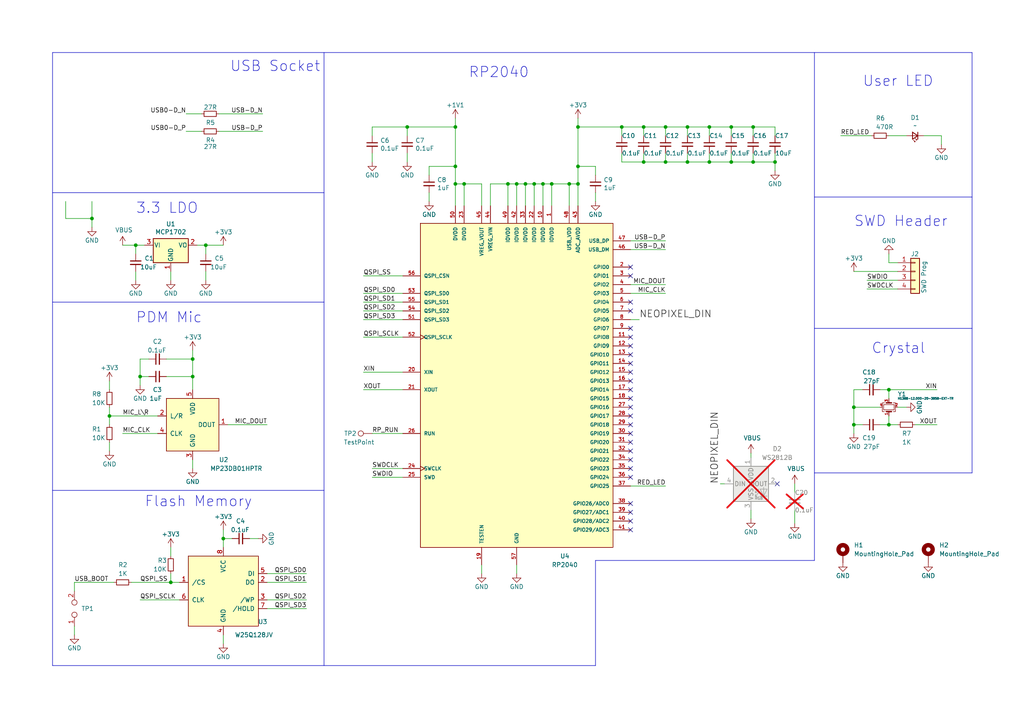
<source format=kicad_sch>
(kicad_sch (version 20230121) (generator eeschema)
  (paper "A4")
  (title_block (title "mico.priv") (date "2021-11-20") (rev "V 0.1") (company "Electronut Labs") (comment 1 "Designed by Mahesh Venkitachalam") (comment 2 "Drawn by Sivaprakash"))
  (lib_symbols
    (symbol "Connector:TestPoint" (pin_numbers hide) (pin_names (offset 0.762) hide)
      (property "Reference" "TP" (at 0 6.858 0))
      (property "Value" "TestPoint" (at 0 5.08 0))
      (symbol "TestPoint_0_1"
        (circle (center 0 3.302) (radius 0.762))
      )
      (symbol "TestPoint_1_1"
        (pin passive line (at 0 0 90) (length 2.54) (name "1") (number "1"))
      )
    )
    (symbol "Connector:TestPoint_2Pole" (pin_names (offset 0.762) hide)
      (property "Reference" "TP" (at 0 1.524 0))
      (property "Value" "TestPoint_2Pole" (at 0 -1.778 0))
      (symbol "TestPoint_2Pole_0_1"
        (circle (center -1.778 0) (radius 0.762))
        (circle (center 1.778 0) (radius 0.762))
        (pin passive line (at -5.08 0 0) (length 2.54) (name "1") (number "1"))
        (pin passive line (at 5.08 0 180) (length 2.54) (name "2") (number "2"))
      )
    )
    (symbol "Connector_Generic:Conn_01x04" (pin_names (offset 1.016) hide)
      (property "Reference" "J" (at 0 5.08 0))
      (property "Value" "Conn_01x04" (at 0 -7.62 0))
      (symbol "Conn_01x04_1_1"
        (rectangle (start -1.27 -4.953) (end 0 -5.207) (stroke (width 0.1524)))
        (rectangle (start -1.27 -2.413) (end 0 -2.667) (stroke (width 0.1524)))
        (rectangle (start -1.27 0.127) (end 0 -0.127) (stroke (width 0.1524)))
        (rectangle (start -1.27 2.667) (end 0 2.413) (stroke (width 0.1524)))
        (rectangle (start -1.27 3.81) (end 1.27 -6.35) (stroke (width 0.254)) (fill (type background)))
        (pin passive line (at -5.08 2.54 0) (length 3.81) (name "Pin_1") (number "1"))
        (pin passive line (at -5.08 0 0) (length 3.81) (name "Pin_2") (number "2"))
        (pin passive line (at -5.08 -2.54 0) (length 3.81) (name "Pin_3") (number "3"))
        (pin passive line (at -5.08 -5.08 0) (length 3.81) (name "Pin_4") (number "4"))
      )
    )
    (symbol "Device:C_Small" (pin_numbers hide) (pin_names (offset 0.254) hide)
      (property "Reference" "C" (at 0.254 1.778 0))
      (property "Value" "C_Small" (at 0.254 -2.032 0))
      (symbol "C_Small_0_1"
        (polyline (pts (xy -1.524 -0.508) (xy 1.524 -0.508)) (stroke (width 0.3302)))
        (polyline (pts (xy -1.524 0.508) (xy 1.524 0.508)) (stroke (width 0.3048)))
      )
      (symbol "C_Small_1_1"
        (pin passive line (at 0 2.54 270) (length 2.032) (name "~") (number "1"))
        (pin passive line (at 0 -2.54 90) (length 2.032) (name "~") (number "2"))
      )
    )
    (symbol "Device:Crystal_GND24_Small" (pin_names (offset 1.016) hide)
      (property "Reference" "Y" (at 1.27 4.445 0))
      (property "Value" "Crystal_GND24_Small" (at 1.27 2.54 0))
      (symbol "Crystal_GND24_Small_0_1"
        (rectangle (start -0.762 -1.524) (end 0.762 1.524))
        (polyline (pts (xy -1.27 -0.762) (xy -1.27 0.762)) (stroke (width 0.381)))
        (polyline (pts (xy 1.27 -0.762) (xy 1.27 0.762)) (stroke (width 0.381)))
        (polyline (pts (xy -1.27 -1.27) (xy -1.27 -1.905) (xy 1.27 -1.905) (xy 1.27 -1.27)))
        (polyline (pts (xy -1.27 1.27) (xy -1.27 1.905) (xy 1.27 1.905) (xy 1.27 1.27)))
      )
      (symbol "Crystal_GND24_Small_1_1"
        (pin passive line (at -2.54 0 0) (length 1.27) (name "1") (number "1"))
        (pin passive line (at 0 -2.54 90) (length 0.635) (name "2") (number "2"))
        (pin passive line (at 2.54 0 180) (length 1.27) (name "3") (number "3"))
        (pin passive line (at 0 2.54 270) (length 0.635) (name "4") (number "4"))
      )
    )
    (symbol "Device:LED_Small" (pin_numbers hide) (pin_names (offset 0.254) hide)
      (property "Reference" "D" (at -1.27 3.175 0))
      (property "Value" "LED_Small" (at -4.445 -2.54 0))
      (symbol "LED_Small_0_1"
        (polyline (pts (xy -0.762 -1.016) (xy -0.762 1.016)) (stroke (width 0.254)))
        (polyline (pts (xy 1.016 0) (xy -0.762 0)))
        (polyline (pts (xy 0.762 -1.016) (xy -0.762 0) (xy 0.762 1.016) (xy 0.762 -1.016)) (stroke (width 0.254)))
        (polyline (pts (xy 0 0.762) (xy -0.508 1.27) (xy -0.254 1.27) (xy -0.508 1.27) (xy -0.508 1.016)))
        (polyline (pts (xy 0.508 1.27) (xy 0 1.778) (xy 0.254 1.778) (xy 0 1.778) (xy 0 1.524)))
      )
      (symbol "LED_Small_1_1"
        (pin passive line (at -2.54 0 0) (length 1.778) (name "K") (number "1"))
        (pin passive line (at 2.54 0 180) (length 1.778) (name "A") (number "2"))
      )
    )
    (symbol "Device:R" (pin_numbers hide) (pin_names (offset 0))
      (property "Reference" "R" (at 2.032 0 90))
      (property "Value" "R" (at 0 0 90))
      (symbol "R_0_1"
        (rectangle (start -1.016 -2.54) (end 1.016 2.54) (stroke (width 0.254)))
      )
      (symbol "R_1_1"
        (pin passive line (at 0 3.81 270) (length 1.27) (name "~") (number "1"))
        (pin passive line (at 0 -3.81 90) (length 1.27) (name "~") (number "2"))
      )
    )
    (symbol "Device:R_Small" (pin_numbers hide) (pin_names (offset 0.254) hide)
      (property "Reference" "R" (at 0.762 0.508 0))
      (property "Value" "R_Small" (at 0.762 -1.016 0))
      (symbol "R_Small_0_1"
        (rectangle (start -0.762 1.778) (end 0.762 -1.778) (stroke (width 0.2032)))
      )
      (symbol "R_Small_1_1"
        (pin passive line (at 0 2.54 270) (length 0.762) (name "~") (number "1"))
        (pin passive line (at 0 -2.54 90) (length 0.762) (name "~") (number "2"))
      )
    )
    (symbol "LED:WS2812B" (pin_names (offset 0.254))
      (property "Reference" "D" (at 5.08 5.715 0))
      (property "Value" "WS2812B" (at 1.27 -5.715 0))
      (symbol "WS2812B_0_0"
        (text "RGB" (at 2.286 -4.191 0) (effects (font (size 0.762 0.762))))
      )
      (symbol "WS2812B_0_1"
        (polyline (pts (xy 1.27 -3.556) (xy 1.778 -3.556)))
        (polyline (pts (xy 1.27 -2.54) (xy 1.778 -2.54)))
        (polyline (pts (xy 4.699 -3.556) (xy 2.667 -3.556)))
        (polyline (pts (xy 2.286 -2.54) (xy 1.27 -3.556) (xy 1.27 -3.048)))
        (polyline (pts (xy 2.286 -1.524) (xy 1.27 -2.54) (xy 1.27 -2.032)))
        (polyline (pts (xy 3.683 -1.016) (xy 3.683 -3.556) (xy 3.683 -4.064)))
        (polyline (pts (xy 4.699 -1.524) (xy 2.667 -1.524) (xy 3.683 -3.556) (xy 4.699 -1.524)))
        (rectangle (start 5.08 5.08) (end -5.08 -5.08) (stroke (width 0.254)) (fill (type background)))
      )
      (symbol "WS2812B_1_1"
        (pin power_in line (at 0 7.62 270) (length 2.54) (name "VDD") (number "1"))
        (pin output line (at 7.62 0 180) (length 2.54) (name "DOUT") (number "2"))
        (pin power_in line (at 0 -7.62 90) (length 2.54) (name "VSS") (number "3"))
        (pin input line (at -7.62 0 0) (length 2.54) (name "DIN") (number "4"))
      )
    )
    (symbol "Mechanical:MountingHole_Pad" (pin_numbers hide) (pin_names (offset 1.016) hide)
      (property "Reference" "H" (at 0 6.35 0))
      (property "Value" "MountingHole_Pad" (at 0 4.445 0))
      (symbol "MountingHole_Pad_0_1"
        (circle (center 0 1.27) (radius 1.27) (stroke (width 1.27)))
      )
      (symbol "MountingHole_Pad_1_1"
        (pin input line (at 0 -2.54 90) (length 2.54) (name "1") (number "1"))
      )
    )
    (symbol "mico-rescue:MCP1700-3302E_SOT23-Regulator_Linear" (pin_names (offset 0.254))
      (property "Reference" "U" (at -3.81 3.175 0))
      (property "Value" "Regulator_Linear_MCP1700-3302E_SOT23" (at 0 3.175 0))
      (symbol "MCP1700-3302E_SOT23-Regulator_Linear_0_1"
        (rectangle (start -5.08 1.905) (end 5.08 -5.08) (stroke (width 0.254)) (fill (type background)))
      )
      (symbol "MCP1700-3302E_SOT23-Regulator_Linear_1_1"
        (pin power_in line (at 0 -7.62 90) (length 2.54) (name "GND") (number "1"))
        (pin power_out line (at 7.62 0 180) (length 2.54) (name "VO") (number "2"))
        (pin power_in line (at -7.62 0 0) (length 2.54) (name "VI") (number "3"))
      )
    )
    (symbol "mico:MP23DB01HPTR" (pin_names (offset 1.016))
      (property "Reference" "U" (at -2.54 17.78 0))
      (property "Value" "MP23DB01HPTR" (at -2.54 15.24 0))
      (symbol "MP23DB01HPTR_0_1"
        (rectangle (start -7.62 7.62) (end 7.62 -7.62) (stroke (width 0.2032)) (fill (type background)))
      )
      (symbol "MP23DB01HPTR_1_1"
        (pin output line (at 10.16 0 180) (length 2.54) (name "DOUT") (number "1"))
        (pin input line (at -10.16 2.54 0) (length 2.54) (name "L/R") (number "2"))
        (pin power_in line (at 0 -10.16 90) (length 2.54) (name "GND") (number "3"))
        (pin input line (at -10.16 -2.54 0) (length 2.54) (name "CLK") (number "4"))
        (pin power_in line (at 0 10.16 270) (length 2.54) (name "VDD") (number "5"))
      )
    )
    (symbol "mico:RP2040" (pin_names (offset 1.016))
      (property "Reference" "U" (at 17.78 -50.8 0))
      (property "Value" "RP2040" (at 15.24 -53.34 0))
      (symbol "RP2040_0_0"
        (pin power_in line (at 10.16 53.34 270) (length 5.08) (name "IOVDD") (number "1"))
        (pin power_in line (at 7.62 53.34 270) (length 5.08) (name "IOVDD") (number "10"))
        (pin bidirectional line (at 33.02 15.24 180) (length 5.08) (name "GPIO8") (number "11"))
        (pin bidirectional line (at 33.02 12.7 180) (length 5.08) (name "GPIO9") (number "12"))
        (pin bidirectional line (at 33.02 10.16 180) (length 5.08) (name "GPIO10") (number "13"))
        (pin bidirectional line (at 33.02 7.62 180) (length 5.08) (name "GPIO11") (number "14"))
        (pin bidirectional line (at 33.02 5.08 180) (length 5.08) (name "GPIO12") (number "15"))
        (pin bidirectional line (at 33.02 2.54 180) (length 5.08) (name "GPIO13") (number "16"))
        (pin bidirectional line (at 33.02 0 180) (length 5.08) (name "GPIO14") (number "17"))
        (pin bidirectional line (at 33.02 -2.54 180) (length 5.08) (name "GPIO15") (number "18"))
        (pin passive line (at -10.16 -50.8 90) (length 5.08) (name "TESTEN") (number "19"))
        (pin bidirectional line (at 33.02 35.56 180) (length 5.08) (name "GPIO0") (number "2"))
        (pin input line (at -33.02 5.08 0) (length 5.08) (name "XIN") (number "20"))
        (pin output line (at -33.02 0 0) (length 5.08) (name "XOUT") (number "21"))
        (pin power_in line (at 5.08 53.34 270) (length 5.08) (name "IOVDD") (number "22"))
        (pin power_in line (at -15.24 53.34 270) (length 5.08) (name "DVDD") (number "23"))
        (pin input clock (at -33.02 -22.86 0) (length 5.08) (name "SWCLK") (number "24"))
        (pin bidirectional line (at -33.02 -25.4 0) (length 5.08) (name "SWD") (number "25"))
        (pin input line (at -33.02 -12.7 0) (length 5.08) (name "RUN") (number "26"))
        (pin bidirectional line (at 33.02 -5.08 180) (length 5.08) (name "GPIO16") (number "27"))
        (pin bidirectional line (at 33.02 -7.62 180) (length 5.08) (name "GPIO17") (number "28"))
        (pin bidirectional line (at 33.02 -10.16 180) (length 5.08) (name "GPIO18") (number "29"))
        (pin bidirectional line (at 33.02 33.02 180) (length 5.08) (name "GPIO1") (number "3"))
        (pin bidirectional line (at 33.02 -12.7 180) (length 5.08) (name "GPIO19") (number "30"))
        (pin bidirectional line (at 33.02 -15.24 180) (length 5.08) (name "GPIO20") (number "31"))
        (pin bidirectional line (at 33.02 -17.78 180) (length 5.08) (name "GPIO21") (number "32"))
        (pin power_in line (at 2.54 53.34 270) (length 5.08) (name "IOVDD") (number "33"))
        (pin bidirectional line (at 33.02 -20.32 180) (length 5.08) (name "GPIO22") (number "34"))
        (pin bidirectional line (at 33.02 -22.86 180) (length 5.08) (name "GPIO23") (number "35"))
        (pin bidirectional line (at 33.02 -25.4 180) (length 5.08) (name "GPIO24") (number "36"))
        (pin bidirectional line (at 33.02 -27.94 180) (length 5.08) (name "GPIO25") (number "37"))
        (pin bidirectional line (at 33.02 -33.02 180) (length 5.08) (name "GPIO26/ADC0") (number "38"))
        (pin bidirectional line (at 33.02 -35.56 180) (length 5.08) (name "GPIO27/ADC1") (number "39"))
        (pin bidirectional line (at 33.02 30.48 180) (length 5.08) (name "GPIO2") (number "4"))
        (pin bidirectional line (at 33.02 -38.1 180) (length 5.08) (name "GPIO28/ADC2") (number "40"))
        (pin bidirectional line (at 33.02 -40.64 180) (length 5.08) (name "GPIO29/ADC3") (number "41"))
        (pin power_in line (at 0 53.34 270) (length 5.08) (name "IOVDD") (number "42"))
        (pin power_in line (at 17.78 53.34 270) (length 5.08) (name "ADC_AVDD") (number "43"))
        (pin input line (at -7.62 53.34 270) (length 5.08) (name "VREG_VIN") (number "44"))
        (pin output line (at -10.16 53.34 270) (length 5.08) (name "VREG_VOUT") (number "45"))
        (pin bidirectional line (at 33.02 40.64 180) (length 5.08) (name "USB_DM") (number "46"))
        (pin bidirectional line (at 33.02 43.18 180) (length 5.08) (name "USB_DP") (number "47"))
        (pin power_in line (at 15.24 53.34 270) (length 5.08) (name "USB_VDD") (number "48"))
        (pin power_in line (at -2.54 53.34 270) (length 5.08) (name "IOVDD") (number "49"))
        (pin bidirectional line (at 33.02 27.94 180) (length 5.08) (name "GPIO3") (number "5"))
        (pin power_in line (at -17.78 53.34 270) (length 5.08) (name "DVDD") (number "50"))
        (pin bidirectional line (at -33.02 20.32 0) (length 5.08) (name "QSPI_SD3") (number "51"))
        (pin bidirectional clock (at -33.02 15.24 0) (length 5.08) (name "QSPI_SCLK") (number "52"))
        (pin bidirectional line (at -33.02 27.94 0) (length 5.08) (name "QSPI_SD0") (number "53"))
        (pin bidirectional line (at -33.02 22.86 0) (length 5.08) (name "QSPI_SD2") (number "54"))
        (pin bidirectional line (at -33.02 25.4 0) (length 5.08) (name "QSPI_SD1") (number "55"))
        (pin bidirectional line (at -33.02 33.02 0) (length 5.08) (name "QSPI_CSN") (number "56"))
        (pin power_in line (at 0 -50.8 90) (length 5.08) (name "GND") (number "57"))
        (pin bidirectional line (at 33.02 25.4 180) (length 5.08) (name "GPIO4") (number "6"))
        (pin bidirectional line (at 33.02 22.86 180) (length 5.08) (name "GPIO5") (number "7"))
        (pin bidirectional line (at 33.02 20.32 180) (length 5.08) (name "GPIO6") (number "8"))
        (pin bidirectional line (at 33.02 17.78 180) (length 5.08) (name "GPIO7") (number "9"))
      )
      (symbol "RP2040_0_1"
        (rectangle (start 27.94 48.26) (end -27.94 -45.72) (stroke (width 0.2032)) (fill (type background)))
      )
    )
    (symbol "mico:W25Q128JV" (pin_names (offset 1.016))
      (property "Reference" "U" (at 0 22.86 0))
      (property "Value" "W25Q128JV" (at 0 20.32 0))
      (symbol "W25Q128JV_0_1"
        (rectangle (start -10.16 10.16) (end 10.16 -10.16) (stroke (width 0.2032)) (fill (type background)))
      )
      (symbol "W25Q128JV_1_1"
        (pin input line (at -12.7 2.54 0) (length 2.54) (name "/CS") (number "1"))
        (pin bidirectional line (at 12.7 2.54 180) (length 2.54) (name "DO") (number "2"))
        (pin bidirectional line (at 12.7 -2.54 180) (length 2.54) (name "/WP") (number "3"))
        (pin power_in line (at 0 -12.7 90) (length 2.54) (name "GND") (number "4"))
        (pin bidirectional line (at 12.7 5.08 180) (length 2.54) (name "DI") (number "5"))
        (pin input line (at -12.7 -2.54 0) (length 2.54) (name "CLK") (number "6"))
        (pin bidirectional line (at 12.7 -5.08 180) (length 2.54) (name "/HOLD") (number "7"))
        (pin power_in line (at 0 12.7 270) (length 2.54) (name "VCC") (number "8"))
      )
    )
    (symbol "power:+1V1" (power) (pin_names (offset 0))
      (property "Value" "+1V1" (at 0 3.556 0))
      (symbol "+1V1_0_1"
        (polyline (pts (xy -0.762 1.27) (xy 0 2.54)))
        (polyline (pts (xy 0 0) (xy 0 2.54)))
        (polyline (pts (xy 0 2.54) (xy 0.762 1.27)))
      )
      (symbol "+1V1_1_1"
        (pin power_in line (at 0 0 90) (length 0) hide (name "+1V1") (number "1"))
      )
    )
    (symbol "power:+3V3" (power) (pin_names (offset 0))
      (property "Value" "+3V3" (at 0 3.556 0))
      (symbol "+3V3_0_1"
        (polyline (pts (xy -0.762 1.27) (xy 0 2.54)))
        (polyline (pts (xy 0 0) (xy 0 2.54)))
        (polyline (pts (xy 0 2.54) (xy 0.762 1.27)))
      )
      (symbol "+3V3_1_1"
        (pin power_in line (at 0 0 90) (length 0) hide (name "+3V3") (number "1"))
      )
    )
    (symbol "power:GND" (power) (pin_names (offset 0))
      (property "Value" "GND" (at 0 -3.81 0))
      (symbol "GND_0_1"
        (polyline (pts (xy 0 0) (xy 0 -1.27) (xy 1.27 -1.27) (xy 0 -2.54) (xy -1.27 -1.27) (xy 0 -1.27)))
      )
      (symbol "GND_1_1"
        (pin power_in line (at 0 0 270) (length 0) hide (name "GND") (number "1"))
      )
    )
    (symbol "power:VBUS" (power) (pin_names (offset 0))
      (property "Value" "VBUS" (at 0 3.81 0))
      (symbol "VBUS_0_1"
        (polyline (pts (xy -0.762 1.27) (xy 0 2.54)))
        (polyline (pts (xy 0 0) (xy 0 2.54)))
        (polyline (pts (xy 0 2.54) (xy 0.762 1.27)))
      )
      (symbol "VBUS_1_1"
        (pin power_in line (at 0 0 90) (length 0) hide (name "VBUS") (number "1"))
      )
    )
    (symbol "usbc:USB-306B"
      (property "Reference" "USB" (at 0 22.86 0))
      (property "Value" "USB-306B" (at 0 -22.86 0))
      (symbol "USB-306B_0_1"
        (rectangle (start -10.16 12.7) (end 7.62 -20.32) (fill (type background)))
        (circle (center -8.89 11.43) (radius 0.38))
        (pin unspecified line (at -2.54 17.78 270) (length 5.08) (name "EH") (number "15"))
        (pin unspecified line (at 10.16 -17.78 180) (length 2.54) (name "GND") (number "A1"))
        (pin unspecified line (at 10.16 10.16 180) (length 2.54) (name "GND") (number "A12"))
        (pin unspecified line (at 10.16 -10.16 180) (length 2.54) (name "VBUS") (number "A4"))
        (pin unspecified line (at 10.16 -7.62 180) (length 2.54) (name "CC1") (number "A5"))
        (pin unspecified line (at 10.16 -5.08 180) (length 2.54) (name "DP1") (number "A6"))
        (pin unspecified line (at 10.16 -2.54 180) (length 2.54) (name "DN1") (number "A7"))
        (pin unspecified line (at 10.16 2.54 180) (length 2.54) (name "VBUS") (number "A9"))
        (pin unspecified line (at -12.7 10.16 0) (length 2.54) (name "GND") (number "B1"))
        (pin unspecified line (at -12.7 -17.78 0) (length 2.54) (name "GND") (number "B12"))
        (pin unspecified line (at -12.7 2.54 0) (length 2.54) (name "VBUS") (number "B4"))
        (pin unspecified line (at -12.7 0 0) (length 2.54) (name "CC2") (number "B5"))
        (pin unspecified line (at -12.7 -2.54 0) (length 2.54) (name "DP2") (number "B6"))
        (pin unspecified line (at -12.7 -5.08 0) (length 2.54) (name "DN2") (number "B7"))
        (pin unspecified line (at -12.7 -10.16 0) (length 2.54) (name "VBUS") (number "B9"))
      )
    )
  )
  (junction (at 247.65 123.19))
  (junction (at 212.09 46.99))
  (junction (at 64.77 156.21))
  (junction (at 39.37 71.12))
  (junction (at 212.09 36.83))
  (junction (at 205.74 46.99))
  (junction (at 154.94 53.34))
  (junction (at 218.44 46.99))
  (junction (at 26.67 63.373))
  (junction (at 31.75 120.65))
  (junction (at 165.1 53.34))
  (junction (at 205.74 36.83))
  (junction (at 218.44 36.83))
  (junction (at 180.34 36.83))
  (junction (at 147.32 53.34))
  (junction (at 199.39 46.99))
  (junction (at 257.81 113.03))
  (junction (at 132.08 48.26))
  (junction (at 160.02 53.34))
  (junction (at 59.69 71.12))
  (junction (at 157.48 53.34))
  (junction (at 193.04 36.83))
  (junction (at 149.86 53.34))
  (junction (at 55.88 104.14))
  (junction (at 118.11 36.83))
  (junction (at 257.81 123.19))
  (junction (at 186.69 46.99))
  (junction (at 152.4 53.34))
  (junction (at 193.04 46.99))
  (junction (at 132.08 36.83))
  (junction (at 55.88 109.22))
  (junction (at 49.53 168.91))
  (junction (at 167.64 48.26))
  (junction (at 167.64 53.34))
  (junction (at 186.69 36.83))
  (junction (at 167.64 36.83))
  (junction (at 40.64 109.22))
  (junction (at 134.62 53.34))
  (junction (at 132.08 53.34))
  (junction (at 247.65 118.11))
  (junction (at 199.39 36.83))
  (junction (at 224.79 46.99))
  (no_connect (at 182.88 118.11))
  (no_connect (at 182.88 133.35))
  (no_connect (at 182.88 100.33))
  (no_connect (at 182.88 115.57))
  (no_connect (at 182.88 123.19))
  (no_connect (at 182.88 148.59))
  (no_connect (at 182.88 125.73))
  (no_connect (at 182.88 138.43))
  (no_connect (at 182.88 135.89))
  (no_connect (at 182.88 87.63))
  (no_connect (at 182.88 77.47))
  (no_connect (at 182.88 95.25))
  (no_connect (at 182.88 102.87))
  (no_connect (at 182.88 90.17))
  (no_connect (at 182.88 80.01))
  (no_connect (at 182.88 153.67))
  (no_connect (at 182.88 130.81))
  (no_connect (at 182.88 110.49))
  (no_connect (at 182.88 146.05))
  (no_connect (at 182.88 113.03))
  (no_connect (at 182.88 105.41))
  (no_connect (at 182.88 128.27))
  (no_connect (at 225.425 140.335))
  (no_connect (at 182.88 151.13))
  (no_connect (at 182.88 120.65))
  (no_connect (at 182.88 97.79))
  (no_connect (at 182.88 107.95))
  (wire (pts (xy 132.08 36.83) (xy 132.08 48.26)))
  (polyline (pts (xy 15.24 87.63) (xy 93.98 87.63)))
  (wire (pts (xy 43.18 109.22) (xy 40.64 109.22)))
  (wire (pts (xy 257.81 115.57) (xy 257.81 113.03)))
  (wire (pts (xy -51.435 27.94) (xy -48.895 27.94)))
  (wire (pts (xy 116.84 125.73) (xy 107.95 125.73)))
  (wire (pts (xy 139.7 53.34) (xy 139.7 59.69)))
  (wire (pts (xy 66.04 123.19) (xy 77.47 123.19)))
  (wire (pts (xy 230.505 147.955) (xy 230.505 151.765)))
  (wire (pts (xy 199.39 36.83) (xy 205.74 36.83)))
  (polyline (pts (xy 236.22 95.25) (xy 281.94 95.25)))
  (wire (pts (xy 182.88 92.71) (xy 185.42 92.71)))
  (wire (pts (xy 167.64 48.26) (xy 172.72 48.26)))
  (wire (pts (xy 160.02 53.34) (xy 165.1 53.34)))
  (wire (pts (xy 116.84 138.43) (xy 107.95 138.43)))
  (wire (pts (xy 39.37 73.66) (xy 39.37 71.12)))
  (wire (pts (xy 116.84 97.79) (xy 105.41 97.79)))
  (wire (pts (xy 39.37 78.74) (xy 39.37 81.28)))
  (wire (pts (xy 271.78 123.19) (xy 265.43 123.19)))
  (wire (pts (xy 132.08 53.34) (xy 132.08 48.26)))
  (wire (pts (xy 205.74 46.99) (xy 212.09 46.99)))
  (wire (pts (xy 142.24 59.69) (xy 142.24 53.34)))
  (wire (pts (xy 152.4 53.34) (xy 154.94 53.34)))
  (wire (pts (xy 199.39 44.45) (xy 199.39 46.99)))
  (wire (pts (xy 64.77 156.21) (xy 64.77 153.67)))
  (wire (pts (xy 31.75 120.65) (xy 31.75 118.11)))
  (wire (pts (xy 218.44 46.99) (xy 224.79 46.99)))
  (wire (pts (xy 218.44 39.37) (xy 218.44 36.83)))
  (wire (pts (xy -50.8 33.02) (xy -48.895 33.02)))
  (wire (pts (xy 193.04 72.39) (xy 182.88 72.39)))
  (wire (pts (xy 88.9 173.99) (xy 77.47 173.99)))
  (wire (pts (xy 160.02 59.69) (xy 160.02 53.34)))
  (wire (pts (xy 257.81 123.19) (xy 255.27 123.19)))
  (wire (pts (xy 186.69 36.83) (xy 193.04 36.83)))
  (wire (pts (xy 64.77 158.75) (xy 64.77 156.21)))
  (wire (pts (xy 186.69 39.37) (xy 186.69 36.83)))
  (wire (pts (xy -15.875 35.56) (xy -13.97 35.56)))
  (wire (pts (xy -26.035 25.4) (xy -22.225 25.4)))
  (polyline (pts (xy 15.24 142.24) (xy 93.98 142.24)))
  (wire (pts (xy 199.39 39.37) (xy 199.39 36.83)))
  (wire (pts (xy 21.59 181.61) (xy 21.59 184.15)))
  (wire (pts (xy 59.69 73.66) (xy 59.69 71.12)))
  (wire (pts (xy 64.77 184.15) (xy 64.77 186.69)))
  (polyline (pts (xy 15.24 15.24) (xy 281.94 15.24)))
  (wire (pts (xy 31.75 128.27) (xy 31.75 130.81)))
  (wire (pts (xy 48.26 104.14) (xy 55.88 104.14)))
  (wire (pts (xy 49.53 78.74) (xy 49.53 81.28)))
  (wire (pts (xy 59.69 78.74) (xy 59.69 81.28)))
  (wire (pts (xy 48.26 109.22) (xy 55.88 109.22)))
  (wire (pts (xy 63.5 38.1) (xy 76.2 38.1)))
  (wire (pts (xy 49.53 168.91) (xy 49.53 166.37)))
  (wire (pts (xy 26.67 65.913) (xy 26.67 63.373)))
  (wire (pts (xy 165.1 59.69) (xy 165.1 53.34)))
  (wire (pts (xy 88.9 168.91) (xy 77.47 168.91)))
  (wire (pts (xy 147.32 53.34) (xy 149.86 53.34)))
  (wire (pts (xy 180.34 36.83) (xy 186.69 36.83)))
  (wire (pts (xy 63.5 33.02) (xy 76.2 33.02)))
  (wire (pts (xy -26.035 33.02) (xy -24.765 33.02)))
  (polyline (pts (xy 236.22 15.24) (xy 236.22 162.56)))
  (wire (pts (xy 205.74 44.45) (xy 205.74 46.99)))
  (wire (pts (xy 19.05 63.373) (xy 19.05 58.42)))
  (wire (pts (xy 116.84 135.89) (xy 107.95 135.89)))
  (wire (pts (xy 167.64 53.34) (xy 167.64 59.69)))
  (wire (pts (xy 180.34 44.45) (xy 180.34 46.99)))
  (wire (pts (xy 172.72 48.26) (xy 172.72 50.8)))
  (wire (pts (xy 55.88 109.22) (xy 55.88 104.14)))
  (wire (pts (xy 165.1 53.34) (xy 167.64 53.34)))
  (wire (pts (xy 257.81 113.03) (xy 255.27 113.03)))
  (wire (pts (xy 55.88 133.35) (xy 55.88 135.89)))
  (polyline (pts (xy 172.72 162.56) (xy 236.22 162.56)))
  (wire (pts (xy 157.48 53.34) (xy 160.02 53.34)))
  (wire (pts (xy 124.46 58.42) (xy 124.46 55.88)))
  (wire (pts (xy 267.97 39.37) (xy 273.05 39.37)))
  (wire (pts (xy 31.75 113.03) (xy 31.75 110.49)))
  (wire (pts (xy 167.64 53.34) (xy 167.64 48.26)))
  (wire (pts (xy 260.35 123.19) (xy 257.81 123.19)))
  (wire (pts (xy 132.08 48.26) (xy 124.46 48.26)))
  (polyline (pts (xy 15.24 55.88) (xy 93.98 55.88)))
  (polyline (pts (xy 236.22 137.16) (xy 281.94 137.16)))
  (wire (pts (xy 21.59 168.91) (xy 21.59 171.45)))
  (wire (pts (xy 105.41 87.63) (xy 116.84 87.63)))
  (wire (pts (xy 38.1 168.91) (xy 49.53 168.91)))
  (wire (pts (xy 55.88 104.14) (xy 55.88 101.6)))
  (wire (pts (xy 105.41 90.17) (xy 116.84 90.17)))
  (wire (pts (xy 182.88 69.85) (xy 193.04 69.85)))
  (wire (pts (xy 149.86 53.34) (xy 152.4 53.34)))
  (polyline (pts (xy 93.98 15.24) (xy 93.98 193.04)))
  (wire (pts (xy 124.46 48.26) (xy 124.46 50.8)))
  (wire (pts (xy 255.27 118.11) (xy 247.65 118.11)))
  (wire (pts (xy 40.64 109.22) (xy 40.64 111.76)))
  (wire (pts (xy 105.41 80.01) (xy 116.84 80.01)))
  (wire (pts (xy 260.35 83.82) (xy 251.46 83.82)))
  (wire (pts (xy 167.64 36.83) (xy 167.64 48.26)))
  (wire (pts (xy 134.62 53.34) (xy 139.7 53.34)))
  (wire (pts (xy 134.62 53.34) (xy 132.08 53.34)))
  (wire (pts (xy 260.35 78.74) (xy 247.65 78.74)))
  (wire (pts (xy 53.975 33.02) (xy 58.42 33.02)))
  (wire (pts (xy 167.64 34.29) (xy 167.64 36.83)))
  (wire (pts (xy 19.05 63.373) (xy 26.67 63.373)))
  (polyline (pts (xy 172.72 193.04) (xy 172.72 162.56)))
  (wire (pts (xy 45.72 125.73) (xy 35.56 125.73)))
  (wire (pts (xy 59.69 71.12) (xy 64.77 71.12)))
  (wire (pts (xy 193.04 46.99) (xy 199.39 46.99)))
  (wire (pts (xy 41.91 71.12) (xy 39.37 71.12)))
  (wire (pts (xy -51.435 25.4) (xy -48.895 25.4)))
  (wire (pts (xy 107.95 44.45) (xy 107.95 46.99)))
  (wire (pts (xy 154.94 53.34) (xy 157.48 53.34)))
  (wire (pts (xy 132.08 36.83) (xy 132.08 34.29)))
  (wire (pts (xy 154.94 59.69) (xy 154.94 53.34)))
  (wire (pts (xy 26.67 58.42) (xy 26.67 63.373)))
  (wire (pts (xy 262.89 39.37) (xy 257.81 39.37)))
  (polyline (pts (xy 236.22 57.15) (xy 281.94 57.15)))
  (wire (pts (xy 172.72 58.42) (xy 172.72 55.88)))
  (wire (pts (xy 77.47 176.53) (xy 88.9 176.53)))
  (wire (pts (xy 33.02 168.91) (xy 21.59 168.91)))
  (wire (pts (xy 230.505 140.335) (xy 230.505 142.875)))
  (wire (pts (xy 139.7 163.83) (xy 139.7 166.37)))
  (wire (pts (xy 247.65 113.03) (xy 247.65 118.11)))
  (wire (pts (xy 193.04 39.37) (xy 193.04 36.83)))
  (wire (pts (xy 149.86 59.69) (xy 149.86 53.34)))
  (wire (pts (xy -50.165 30.48) (xy -48.895 30.48)))
  (polyline (pts (xy 281.94 137.16) (xy 281.94 15.24)))
  (wire (pts (xy 31.75 120.65) (xy 45.72 120.65)))
  (wire (pts (xy 118.11 36.83) (xy 132.08 36.83)))
  (wire (pts (xy 212.09 44.45) (xy 212.09 46.99)))
  (wire (pts (xy 243.84 39.37) (xy 252.73 39.37)))
  (wire (pts (xy 205.74 36.83) (xy 212.09 36.83)))
  (wire (pts (xy 77.47 166.37) (xy 88.9 166.37)))
  (wire (pts (xy -36.195 53.34) (xy -36.195 55.88)))
  (wire (pts (xy 49.53 161.29) (xy 49.53 158.75)))
  (wire (pts (xy 118.11 46.99) (xy 118.11 44.45)))
  (wire (pts (xy 67.31 156.21) (xy 64.77 156.21)))
  (wire (pts (xy 149.86 163.83) (xy 149.86 166.37)))
  (wire (pts (xy 224.79 39.37) (xy 224.79 36.83)))
  (wire (pts (xy 182.88 140.97) (xy 193.04 140.97)))
  (wire (pts (xy 218.44 44.45) (xy 218.44 46.99)))
  (wire (pts (xy 40.64 104.14) (xy 43.18 104.14)))
  (polyline (pts (xy 15.24 15.24) (xy 15.24 193.04)))
  (wire (pts (xy 180.34 36.83) (xy 167.64 36.83)))
  (wire (pts (xy 260.35 76.2) (xy 257.81 76.2)))
  (wire (pts (xy 53.975 38.1) (xy 58.42 38.1)))
  (wire (pts (xy 49.53 168.91) (xy 52.07 168.91)))
  (wire (pts (xy 260.35 81.28) (xy 251.46 81.28)))
  (wire (pts (xy 55.88 113.03) (xy 55.88 109.22)))
  (wire (pts (xy 132.08 59.69) (xy 132.08 53.34)))
  (wire (pts (xy 212.09 36.83) (xy 218.44 36.83)))
  (wire (pts (xy 247.65 123.19) (xy 250.19 123.19)))
  (wire (pts (xy 39.37 71.12) (xy 35.56 71.12)))
  (wire (pts (xy 217.805 147.955) (xy 217.805 150.495)))
  (wire (pts (xy 212.09 46.99) (xy 218.44 46.99)))
  (wire (pts (xy 218.44 36.83) (xy 224.79 36.83)))
  (wire (pts (xy -62.865 27.94) (xy -59.055 27.94)))
  (wire (pts (xy 182.88 82.55) (xy 193.04 82.55)))
  (wire (pts (xy 247.65 118.11) (xy 247.65 123.19)))
  (wire (pts (xy 193.04 44.45) (xy 193.04 46.99)))
  (wire (pts (xy 116.84 85.09) (xy 105.41 85.09)))
  (wire (pts (xy 40.64 109.22) (xy 40.64 104.14)))
  (wire (pts (xy 116.84 92.71) (xy 105.41 92.71)))
  (wire (pts (xy -26.035 30.48) (xy -24.13 30.48)))
  (wire (pts (xy 118.11 39.37) (xy 118.11 36.83)))
  (wire (pts (xy 186.69 44.45) (xy 186.69 46.99)))
  (wire (pts (xy 257.81 113.03) (xy 271.78 113.03)))
  (wire (pts (xy 250.19 113.03) (xy 247.65 113.03)))
  (polyline (pts (xy 15.24 193.04) (xy 172.72 193.04)))
  (wire (pts (xy 142.24 53.34) (xy 147.32 53.34)))
  (wire (pts (xy 147.32 59.69) (xy 147.32 53.34)))
  (wire (pts (xy -20.955 17.78) (xy -26.035 17.78)))
  (wire (pts (xy 257.81 76.2) (xy 257.81 73.66)))
  (wire (pts (xy 157.48 59.69) (xy 157.48 53.34)))
  (wire (pts (xy 152.4 59.69) (xy 152.4 53.34)))
  (wire (pts (xy 224.79 44.45) (xy 224.79 46.99)))
  (wire (pts (xy -26.035 38.1) (xy -22.225 38.1)))
  (wire (pts (xy 118.11 36.83) (xy 107.95 36.83)))
  (wire (pts (xy -26.035 45.72) (xy -22.86 45.72)))
  (wire (pts (xy 52.07 173.99) (xy 40.64 173.99)))
  (wire (pts (xy 105.41 113.03) (xy 116.84 113.03)))
  (wire (pts (xy 199.39 46.99) (xy 205.74 46.99)))
  (wire (pts (xy 186.69 46.99) (xy 193.04 46.99)))
  (wire (pts (xy -48.895 45.72) (xy -52.07 45.72)))
  (wire (pts (xy 224.79 46.99) (xy 224.79 49.53)))
  (wire (pts (xy 260.35 118.11) (xy 262.89 118.11)))
  (wire (pts (xy 116.84 107.95) (xy 105.41 107.95)))
  (wire (pts (xy 193.04 36.83) (xy 199.39 36.83)))
  (wire (pts (xy 257.81 120.65) (xy 257.81 123.19)))
  (wire (pts (xy -51.435 38.1) (xy -48.895 38.1)))
  (wire (pts (xy 273.05 39.37) (xy 273.05 41.91)))
  (wire (pts (xy 217.805 131.445) (xy 217.805 132.715)))
  (wire (pts (xy 180.34 46.99) (xy 186.69 46.99)))
  (wire (pts (xy 72.39 156.21) (xy 74.93 156.21)))
  (wire (pts (xy 31.75 123.19) (xy 31.75 120.65)))
  (wire (pts (xy 107.95 39.37) (xy 107.95 36.83)))
  (wire (pts (xy -26.035 35.56) (xy -23.495 35.56)))
  (wire (pts (xy 180.34 39.37) (xy 180.34 36.83)))
  (wire (pts (xy 134.62 59.69) (xy 134.62 53.34)))
  (wire (pts (xy 182.88 85.09) (xy 193.04 85.09)))
  (wire (pts (xy 247.65 123.19) (xy 247.65 125.73)))
  (wire (pts (xy 205.74 39.37) (xy 205.74 36.83)))
  (wire (pts (xy 57.15 71.12) (xy 59.69 71.12)))
  (wire (pts (xy -53.975 17.78) (xy -48.895 17.78)))
  (wire (pts (xy 212.09 39.37) (xy 212.09 36.83)))
  (wire (pts (xy 208.915 140.335) (xy 210.185 140.335)))
  (text "3.3 LDO" (at 39.37 62.23 0) (effects (font (size 2.9972 2.9972)) (justify left bottom)))
  (text "USB Socket" (at 66.675 21.082 0) (effects (font (size 2.9972 2.9972)) (justify left bottom)))
  (text "PDM Mic" (at 39.37 93.98 0) (effects (font (size 2.9972 2.9972)) (justify left bottom)))
  (text "Flash Memory" (at 41.91 147.32 0) (effects (font (size 2.9972 2.9972)) (justify left bottom)))
  (text "RP2040" (at 135.89 22.86 0) (effects (font (size 2.9972 2.9972)) (justify left bottom)))
  (text "Crystal" (at 252.73 102.87 0) (effects (font (size 2.9972 2.9972)) (justify left bottom)))
  (text "SWD Header" (at 247.65 66.04 0) (effects (font (size 2.9972 2.9972)) (justify left bottom)))
  (text "User LED" (at 250.19 25.4 0) (effects (font (size 2.9972 2.9972)) (justify left bottom)))
  (label "XOUT" (at 105.41 113.03 0))
  (label "USB0-D_N" (at -24.13 30.48 0))
  (label "USB0-D_P" (at -24.765 33.02 0))
  (label "QSPI_SCLK" (at 105.41 97.79 0))
  (label "MIC_DOUT" (at 77.47 123.19 180))
  (label "SWDIO" (at 107.95 138.43 0))
  (label "XIN" (at 105.41 107.95 0))
  (label "QSPI_SS" (at 40.64 168.91 0))
  (label "USB0-D_P" (at 53.975 38.1 180))
  (label "USB-D_P" (at 193.04 69.85 180))
  (label "NEOPIXEL_DIN" (at 185.42 92.71 0) (effects (font (size 2 2))))
  (label "MIC_CLK" (at 35.56 125.73 0))
  (label "USB0-D_P" (at -50.165 30.48 180))
  (label "QSPI_SD0" (at 105.41 85.09 0))
  (label "USB0-D_N" (at -50.8 33.02 180))
  (label "MIC_CLK" (at 193.04 85.09 180))
  (label "QSPI_SD2" (at 105.41 90.17 0))
  (label "QSPI_SD1" (at 88.9 168.91 180))
  (label "USB-D_P" (at 76.2 38.1 180))
  (label "RED_LED" (at 243.84 39.37 0))
  (label "SWDIO" (at 251.46 81.28 0))
  (label "SWDCLK" (at 251.46 83.82 0))
  (label "MIC_L\\R" (at 35.56 120.65 0))
  (label "USB-D_N" (at 193.04 72.39 180))
  (label "QSPI_SD0" (at 88.9 166.37 180))
  (label "QSPI_SD3" (at 88.9 176.53 180))
  (label "QSPI_SCLK" (at 40.64 173.99 0))
  (label "QSPI_SD2" (at 88.9 173.99 180))
  (label "QSPI_SD3" (at 105.41 92.71 0))
  (label "SWDCLK" (at 107.95 135.89 0))
  (label "XIN" (at 271.78 113.03 180))
  (label "NEOPIXEL_DIN" (at 208.915 140.335 90) (effects (font (size 2 2))))
  (label "QSPI_SD1" (at 105.41 87.63 0))
  (label "QSPI_SS" (at 105.41 80.01 0))
  (label "RP_RUN" (at 107.95 125.73 0))
  (label "RED_LED" (at 193.04 140.97 180))
  (label "USB-D_N" (at 76.2 33.02 180))
  (label "MIC_DOUT" (at 193.04 82.55 180))
  (label "USB_BOOT" (at 21.59 168.91 0))
  (label "USB0-D_N" (at 53.975 33.02 180))
  (label "XOUT" (at 271.78 123.19 180))
  (symbol (lib_id "power:GND") (at 26.67 65.913 0) (unit 1)
    (property "Reference" "#PWR011" (effects hide))
    (property "Value" "GND" (at 26.67 69.723 0))
  )
  (symbol (lib_id "power:+3V3") (at 167.64 34.29 0) (unit 1)
    (property "Reference" "#PWR023" (effects hide))
    (property "Value" "+3V3" (at 167.64 30.48 0))
  )
  (symbol (lib_id "Device:C_Small") (at 180.34 41.91 0) (unit 1)
    (property "Reference" "C10" (at 180.34 39.37 0) (effects (justify left)))
    (property "Value" "0.1uF" (at 180.34 44.45 0) (effects (justify left)))
    (property "Footprint" "Capacitor_SMD:C_0402_1005Metric" (effects hide))
  )
  (symbol (lib_id "Device:R_Small") (at 60.96 38.1 270) (unit 1)
    (property "Reference" "R4" (at 59.69 40.64 90) (effects (justify left)))
    (property "Value" "27R" (at 59.055 42.545 90) (effects (justify left)))
    (property "Footprint" "Resistor_SMD:R_0402_1005Metric" (effects hide))
  )
  (symbol (lib_id "mico:MP23DB01HPTR") (at 55.88 123.19 0) (unit 1)
    (property "Reference" "U2" (at 63.5 133.35 0) (effects (justify left)))
    (property "Value" "MP23DB01HPTR" (at 60.96 135.89 0) (effects (justify left)))
    (property "Footprint" "mico:MIC_SPH0641LU4H-1" (effects hide))
  )
  (symbol (lib_id "mico:RP2040") (at 149.86 113.03 0) (unit 1)
    (property "Reference" "U4" (at 163.83 161.29 0))
    (property "Value" "RP2040" (at 163.83 163.83 0))
    (property "Footprint" "mico:QFN40P700X700X90-57N" (effects hide))
    (property "MAXIMUM_PACKAGE_HEIGHT" "0.9 mm" (effects hide))
    (property "MANUFACTURER" "Raspberry Pi" (effects hide))
    (property "PARTREV" "1.6.1" (effects hide))
    (property "STANDARD" "IPC 7351B" (effects hide))
  )
  (symbol (lib_id "mico:W25Q128JV") (at 64.77 171.45 0) (unit 1)
    (property "Reference" "U3" (at 76.2 180.34 0))
    (property "Value" "W25Q128JV" (at 73.66 184.15 0))
    (property "Footprint" "Package_SO:SOIC-8_5.275x5.275mm_P1.27mm" (effects hide))
  )
  (symbol (lib_id "power:GND") (at 118.11 46.99 0) (unit 1)
    (property "Reference" "#PWR018" (effects hide))
    (property "Value" "GND" (at 118.11 50.8 0))
  )
  (symbol (lib_id "Device:C_Small") (at 124.46 53.34 0) (unit 1)
    (property "Reference" "C8" (at 126.7968 52.1716 0) (effects (justify left)))
    (property "Value" "1uF" (at 126.7968 54.483 0) (effects (justify left)))
    (property "Footprint" "Capacitor_SMD:C_0402_1005Metric" (effects hide))
  )
  (symbol (lib_id "Device:C_Small") (at 118.11 41.91 0) (unit 1)
    (property "Reference" "C7" (at 120.4468 40.7416 0) (effects (justify left)))
    (property "Value" "0.1uF" (at 120.4468 43.053 0) (effects (justify left)))
    (property "Footprint" "Capacitor_SMD:C_0402_1005Metric" (effects hide))
  )
  (symbol (lib_id "power:GND") (at 139.7 166.37 0) (unit 1)
    (property "Reference" "#PWR021" (effects hide))
    (property "Value" "GND" (at 139.7 170.18 0))
  )
  (symbol (lib_id "power:GND") (at 149.86 166.37 0) (unit 1)
    (property "Reference" "#PWR022" (effects hide))
    (property "Value" "GND" (at 149.86 170.18 0))
  )
  (symbol (lib_id "power:GND") (at 31.75 130.81 0) (unit 1)
    (property "Reference" "#PWR02" (effects hide))
    (property "Value" "GND" (at 31.75 134.62 0))
  )
  (symbol (lib_id "power:GND") (at 124.46 58.42 0) (unit 1)
    (property "Reference" "#PWR019" (effects hide))
    (property "Value" "GND" (at 124.46 62.23 0))
  )
  (symbol (lib_id "Device:R_Small") (at 31.75 125.73 0) (unit 1)
    (property "Reference" "R1" (at 26.67 124.46 0) (effects (justify left)))
    (property "Value" "10K" (at 26.67 127 0) (effects (justify left)))
    (property "Footprint" "Resistor_SMD:R_0402_1005Metric" (effects hide))
  )
  (symbol (lib_id "Device:C_Small") (at 107.95 41.91 0) (unit 1)
    (property "Reference" "C6" (at 110.2868 40.7416 0) (effects (justify left)))
    (property "Value" "0.1uF" (at 110.2868 43.053 0) (effects (justify left)))
    (property "Footprint" "Capacitor_SMD:C_0402_1005Metric" (effects hide))
  )
  (symbol (lib_id "power:+1V1") (at 132.08 34.29 0) (unit 1)
    (property "Reference" "#PWR020" (effects hide))
    (property "Value" "+1V1" (at 132.08 30.48 0))
  )
  (symbol (lib_id "Device:C_Small") (at 172.72 53.34 0) (unit 1)
    (property "Reference" "C9" (at 175.0568 52.1716 0) (effects (justify left)))
    (property "Value" "1uF" (at 175.0568 54.483 0) (effects (justify left)))
    (property "Footprint" "Capacitor_SMD:C_0402_1005Metric" (effects hide))
  )
  (symbol (lib_id "power:GND") (at 107.95 46.99 0) (unit 1)
    (property "Reference" "#PWR017" (effects hide))
    (property "Value" "GND" (at 107.95 50.8 0))
  )
  (symbol (lib_id "power:GND") (at 172.72 58.42 0) (unit 1)
    (property "Reference" "#PWR024" (effects hide))
    (property "Value" "GND" (at 172.72 62.23 0))
  )
  (symbol (lib_id "power:GND") (at 224.79 49.53 0) (unit 1)
    (property "Reference" "#PWR025" (effects hide))
    (property "Value" "GND" (at 224.79 53.34 0))
  )
  (symbol (lib_id "Device:R_Small") (at 60.96 33.02 270) (unit 1)
    (property "Reference" "R5" (at 59.69 35.56 90) (effects (justify left)))
    (property "Value" "27R" (at 59.055 31.115 90) (effects (justify left)))
    (property "Footprint" "Resistor_SMD:R_0402_1005Metric" (effects hide))
  )
  (symbol (lib_id "power:GND") (at 55.88 135.89 0) (unit 1)
    (property "Reference" "#PWR09" (effects hide))
    (property "Value" "GND" (at 55.88 139.7 0))
  )
  (symbol (lib_id "Connector:TestPoint_2Pole") (at 21.59 176.53 90) (unit 1)
    (property "Reference" "TP1" (at 25.4 176.53 90))
    (property "Value" "TestPoint_2Pole" (effects hide))
    (property "Footprint" "mico:SMD_1x02_P1.27mm" (effects hide))
  )
  (symbol (lib_id "power:GND") (at 21.59 184.15 0) (unit 1)
    (property "Reference" "#PWR01" (effects hide))
    (property "Value" "GND" (at 21.59 187.96 0))
  )
  (symbol (lib_id "power:+3V3") (at 55.88 101.6 0) (unit 1)
    (property "Reference" "#PWR08" (effects hide))
    (property "Value" "+3V3" (at 55.88 97.79 0))
  )
  (symbol (lib_id "Device:C_Small") (at 45.72 104.14 90) (unit 1)
    (property "Reference" "C2" (at 46.99 99.06 90) (effects (justify left)))
    (property "Value" "0.1uF" (at 48.26 101.6 90) (effects (justify left)))
    (property "Footprint" "Capacitor_SMD:C_0402_1005Metric" (effects hide))
  )
  (symbol (lib_id "Device:C_Small") (at 45.72 109.22 90) (unit 1)
    (property "Reference" "C3" (at 46.99 113.03 90) (effects (justify left)))
    (property "Value" "1uF" (at 46.99 115.57 90) (effects (justify left)))
    (property "Footprint" "Capacitor_SMD:C_0402_1005Metric" (effects hide))
  )
  (symbol (lib_id "power:GND") (at 40.64 111.76 0) (unit 1)
    (property "Reference" "#PWR05" (effects hide))
    (property "Value" "GND" (at 40.64 115.57 0))
  )
  (symbol (lib_id "Device:R_Small") (at 35.56 168.91 270) (unit 1)
    (property "Reference" "R2" (at 34.29 163.83 90) (effects (justify left)))
    (property "Value" "1K" (at 34.29 166.37 90) (effects (justify left)))
    (property "Footprint" "Resistor_SMD:R_0402_1005Metric" (effects hide))
  )
  (symbol (lib_id "power:GND") (at 64.77 186.69 0) (unit 1)
    (property "Reference" "#PWR016" (effects hide))
    (property "Value" "GND" (at 64.77 190.5 0))
  )
  (symbol (lib_id "Device:R_Small") (at 49.53 163.83 0) (unit 1)
    (property "Reference" "R3" (at 45.72 162.56 0) (effects (justify left)))
    (property "Value" "10K" (at 44.45 165.1 0) (effects (justify left)))
    (property "Footprint" "Resistor_SMD:R_0402_1005Metric" (effects hide))
  )
  (symbol (lib_id "Device:C_Small") (at 69.85 156.21 90) (unit 1)
    (property "Reference" "C4" (at 71.12 151.13 90) (effects (justify left)))
    (property "Value" "0.1uF" (at 72.39 153.67 90) (effects (justify left)))
    (property "Footprint" "Capacitor_SMD:C_0402_1005Metric" (effects hide))
  )
  (symbol (lib_id "power:GND") (at 74.93 156.21 90) (unit 1)
    (property "Reference" "#PWR010" (effects hide))
    (property "Value" "GND" (at 78.74 156.21 0))
  )
  (symbol (lib_id "power:+3V3") (at 64.77 153.67 0) (unit 1)
    (property "Reference" "#PWR015" (effects hide))
    (property "Value" "+3V3" (at 64.77 149.86 0))
  )
  (symbol (lib_id "power:+3V3") (at 49.53 158.75 0) (unit 1)
    (property "Reference" "#PWR07" (effects hide))
    (property "Value" "+3V3" (at 49.53 154.94 0))
  )
  (symbol (lib_id "Device:R_Small") (at 262.89 123.19 270) (unit 1)
    (property "Reference" "R7" (at 261.62 125.73 90) (effects (justify left)))
    (property "Value" "1K" (at 261.62 128.27 90) (effects (justify left)))
    (property "Footprint" "Resistor_SMD:R_0402_1005Metric" (effects hide))
  )
  (symbol (lib_id "Device:C_Small") (at 252.73 113.03 90) (unit 1)
    (property "Reference" "C18" (at 254 107.95 90) (effects (justify left)))
    (property "Value" "27pF" (at 255.27 110.49 90) (effects (justify left)))
    (property "Footprint" "Capacitor_SMD:C_0402_1005Metric" (effects hide))
  )
  (symbol (lib_id "Device:C_Small") (at 252.73 123.19 90) (unit 1)
    (property "Reference" "C19" (at 254 127 90) (effects (justify left)))
    (property "Value" "27pF" (at 255.27 129.54 90) (effects (justify left)))
    (property "Footprint" "Capacitor_SMD:C_0402_1005Metric" (effects hide))
  )
  (symbol (lib_id "power:GND") (at 247.65 125.73 0) (unit 1)
    (property "Reference" "#PWR026" (effects hide))
    (property "Value" "GND" (at 247.65 129.54 0))
  )
  (symbol (lib_id "Device:C_Small") (at 224.79 41.91 0) (unit 1)
    (property "Reference" "C17" (at 224.79 39.37 0) (effects (justify left)))
    (property "Value" "10uF" (at 224.79 44.45 0) (effects (justify left)))
    (property "Footprint" "Capacitor_SMD:C_0402_1005Metric" (effects hide))
  )
  (symbol (lib_id "Device:C_Small") (at 186.69 41.91 0) (unit 1)
    (property "Reference" "C11" (at 186.69 39.37 0) (effects (justify left)))
    (property "Value" "0.1uF" (at 186.69 44.45 0) (effects (justify left)))
    (property "Footprint" "Capacitor_SMD:C_0402_1005Metric" (effects hide))
  )
  (symbol (lib_id "Device:C_Small") (at 193.04 41.91 0) (unit 1)
    (property "Reference" "C12" (at 193.04 39.37 0) (effects (justify left)))
    (property "Value" "0.1uF" (at 193.04 44.45 0) (effects (justify left)))
    (property "Footprint" "Capacitor_SMD:C_0402_1005Metric" (effects hide))
  )
  (symbol (lib_id "Device:C_Small") (at 199.39 41.91 0) (unit 1)
    (property "Reference" "C13" (at 199.39 39.37 0) (effects (justify left)))
    (property "Value" "0.1uF" (at 199.39 44.45 0) (effects (justify left)))
    (property "Footprint" "Capacitor_SMD:C_0402_1005Metric" (effects hide))
  )
  (symbol (lib_id "Device:R_Small") (at 255.27 39.37 270) (unit 1)
    (property "Reference" "R6" (at 254 34.29 90) (effects (justify left)))
    (property "Value" "470R" (at 254 36.83 90) (effects (justify left)))
    (property "Footprint" "Resistor_SMD:R_0402_1005Metric" (effects hide))
  )
  (symbol (lib_id "Device:LED_Small") (at 265.43 39.37 180) (unit 1)
    (property "Reference" "D1" (at 265.43 34.1122 0))
    (property "Value" "~" (at 265.43 36.4236 0))
    (property "Footprint" "LED_SMD:LED_0603_1608Metric" (effects hide))
  )
  (symbol (lib_id "power:GND") (at 273.05 41.91 0) (unit 1)
    (property "Reference" "#PWR029" (effects hide))
    (property "Value" "GND" (at 273.05 45.72 0))
  )
  (symbol (lib_id "Device:C_Small") (at 205.74 41.91 0) (unit 1)
    (property "Reference" "C14" (at 205.74 39.37 0) (effects (justify left)))
    (property "Value" "0.1uF" (at 205.74 44.45 0) (effects (justify left)))
    (property "Footprint" "Capacitor_SMD:C_0402_1005Metric" (effects hide))
  )
  (symbol (lib_id "Connector_Generic:Conn_01x04") (at 265.43 78.74 0) (unit 1)
    (property "Reference" "J2" (at 264.16 73.66 0) (effects (justify left)))
    (property "Value" "SWD Prog" (at 267.97 85.09 90) (effects (justify left)))
    (property "Footprint" "mico:SMD_1x04_P1.27mm" (effects hide))
  )
  (symbol (lib_id "Device:C_Small") (at 212.09 41.91 0) (unit 1)
    (property "Reference" "C15" (at 212.09 39.37 0) (effects (justify left)))
    (property "Value" "0.1uF" (at 212.09 44.45 0) (effects (justify left)))
    (property "Footprint" "Capacitor_SMD:C_0402_1005Metric" (effects hide))
  )
  (symbol (lib_id "Device:C_Small") (at 218.44 41.91 0) (unit 1)
    (property "Reference" "C16" (at 218.44 39.37 0) (effects (justify left)))
    (property "Value" "0.1uF" (at 218.44 44.45 0) (effects (justify left)))
    (property "Footprint" "Capacitor_SMD:C_0402_1005Metric" (effects hide))
  )
  (symbol (lib_id "power:GND") (at 257.81 73.66 0) (mirror x) (unit 1)
    (property "Reference" "#PWR028" (effects hide))
    (property "Value" "GND" (at 257.81 69.85 0))
  )
  (symbol (lib_id "power:+3V3") (at 247.65 78.74 0) (mirror y) (unit 1)
    (property "Reference" "#PWR027" (effects hide))
    (property "Value" "+3V3" (at 247.65 74.93 0))
  )
  (symbol (lib_id "Connector:TestPoint") (at 107.95 125.73 90) (unit 1)
    (property "Reference" "TP2" (at 101.6 125.73 90))
    (property "Value" "TestPoint" (at 104.14 128.27 90))
    (property "Footprint" "mico:SMD_1x01_P1.27mm" (effects hide))
  )
  (symbol (lib_id "mico-rescue:MCP1700-3302E_SOT23-Regulator_Linear") (at 49.53 71.12 0) (unit 1)
    (property "Reference" "U1" (at 49.53 64.9732 0))
    (property "Value" "MCP1702" (at 49.53 67.2846 0))
    (property "Footprint" "Package_TO_SOT_SMD:SOT-23" (effects hide))
    (property "Datasheet" "http://ww1.microchip.com/downloads/en/DeviceDoc/20001826D.pdf" (effects hide))
  )
  (symbol (lib_id "power:GND") (at 49.53 81.28 0) (unit 1)
    (property "Reference" "#PWR06" (effects hide))
    (property "Value" "GND" (at 49.53 85.09 0))
  )
  (symbol (lib_id "Device:C_Small") (at 59.69 76.2 0) (unit 1)
    (property "Reference" "C5" (at 62.23 74.93 0) (effects (justify left)))
    (property "Value" "10uF" (at 60.96 77.47 0) (effects (justify left)))
    (property "Footprint" "Capacitor_SMD:C_0402_1005Metric" (effects hide))
  )
  (symbol (lib_id "Device:C_Small") (at 39.37 76.2 0) (unit 1)
    (property "Reference" "C1" (at 41.91 74.93 0) (effects (justify left)))
    (property "Value" "10uF" (at 40.64 77.47 0) (effects (justify left)))
    (property "Footprint" "Capacitor_SMD:C_0402_1005Metric" (effects hide))
  )
  (symbol (lib_id "power:GND") (at 39.37 81.28 0) (unit 1)
    (property "Reference" "#PWR04" (effects hide))
    (property "Value" "GND" (at 39.37 85.09 0))
  )
  (symbol (lib_id "power:GND") (at 59.69 81.28 0) (unit 1)
    (property "Reference" "#PWR013" (effects hide))
    (property "Value" "GND" (at 59.69 85.09 0))
  )
  (symbol (lib_id "power:VBUS") (at 35.56 71.12 0) (unit 1)
    (property "Reference" "#PWR03" (effects hide))
    (property "Value" "VBUS" (at 35.941 66.7258 0))
  )
  (symbol (lib_id "power:+3V3") (at 64.77 71.12 0) (unit 1)
    (property "Reference" "#PWR014" (effects hide))
    (property "Value" "+3V3" (at 64.77 67.31 0))
  )
  (symbol (lib_id "Device:R_Small") (at 31.75 115.57 0) (unit 1)
    (property "Reference" "R8" (at 26.67 114.3 0) (effects (justify left)))
    (property "Value" "10K" (at 26.67 116.84 0) (effects (justify left)))
    (property "Footprint" "Resistor_SMD:R_0402_1005Metric" (effects hide))
  )
  (symbol (lib_id "power:+3V3") (at 31.75 110.49 0) (unit 1)
    (property "Reference" "#PWR030" (effects hide))
    (property "Value" "+3V3" (at 31.75 106.68 0))
  )
  (symbol (lib_id "Device:Crystal_GND24_Small") (at 257.81 118.11 90) (unit 1)
    (property "Reference" "Y1" (at 260.35 114.3 90) (effects (justify right)))
    (property "Value" "H130B-12.000-20-3050-EXT-TR" (at 260.35 115.57 90) (effects (font (size 0.6096 0.6096)) (justify right)))
    (property "Footprint" "Crystal:Crystal_SMD_3225-4Pin_3.2x2.5mm" (effects hide))
    (property "JLC" "C5203634" (effects hide))
  )
  (symbol (lib_id "power:GND") (at 262.89 118.11 90) (unit 1)
    (property "Reference" "#PWR031" (effects hide))
    (property "Value" "GND" (at 266.7 118.11 0))
  )
  (symbol (lib_id "Device:R") (at -19.685 35.56 90) (unit 1)
    (property "Reference" "R9" (at -15.24 40.513 90))
    (property "Value" "5.1k" (at -15.24 38.735 90))
    (property "Footprint" "Resistor_SMD:R_0402_1005Metric" (effects hide))
  )
  (symbol (lib_id "power:GND") (at -13.97 35.56 90) (unit 1)
    (property "Reference" "#PWR033" (effects hide))
    (property "Value" "GND" (at -10.16 35.56 0))
  )
  (symbol (lib_id "power:GND") (at 244.475 163.195 0) (unit 1)
    (property "Reference" "#PWR012" (effects hide))
    (property "Value" "GND" (at 244.475 167.005 0))
  )
  (symbol (lib_id "power:GND") (at 269.24 163.195 0) (unit 1)
    (property "Reference" "#PWR032" (effects hide))
    (property "Value" "GND" (at 269.24 167.005 0))
  )
  (symbol (lib_id "LED:WS2812B") (at 217.805 140.335 0) (unit 1) (dnp yes)
    (property "Reference" "D2" (at 225.425 130.175 0))
    (property "Value" "WS2812B" (at 225.425 132.715 0))
    (property "Footprint" "LED_SMD:LED_WS2812B_PLCC4_5.0x5.0mm_P3.2mm" (effects hide))
    (property "Datasheet" "https://cdn-shop.adafruit.com/datasheets/WS2812B.pdf" (effects hide))
  )
  (symbol (lib_id "usbc:USB-306B") (at -38.735 35.56 180) (unit 1)
    (property "Reference" "USB1" (at -37.465 10.414 0))
    (property "Value" "USB-306B" (at -37.465 12.954 0))
    (property "Footprint" "usbc:USB-TYPE-C-TH_USB-306B" (effects hide))
    (property "Datasheet" "https://lcsc.com/product-detail/Others_HOOYA-USB-306B_C309343.html" (effects hide))
    (property "LCSC Part" "C309343" (effects hide))
  )
  (symbol (lib_id "power:VBUS") (at -51.435 25.4 90) (unit 1)
    (property "Reference" "#PWR036" (effects hide))
    (property "Value" "VBUS" (at -51.435 23.495 90))
  )
  (symbol (lib_id "power:GND") (at 230.505 151.765 0) (unit 1)
    (property "Reference" "#PWR047" (effects hide))
    (property "Value" "GND" (at 230.505 155.575 0))
  )
  (symbol (lib_id "power:GND") (at -62.865 27.94 270) (unit 1)
    (property "Reference" "#PWR034" (effects hide))
    (property "Value" "GND" (at -66.675 27.94 0))
  )
  (symbol (lib_id "power:VBUS") (at -51.435 38.1 90) (unit 1)
    (property "Reference" "#PWR037" (effects hide))
    (property "Value" "VBUS" (at -51.435 36.195 90))
  )
  (symbol (lib_id "Mechanical:MountingHole_Pad") (at 244.475 160.655 0) (unit 1)
    (property "Reference" "H1" (at 247.65 158.115 0) (effects (justify left)))
    (property "Value" "MountingHole_Pad" (at 247.65 160.655 0) (effects (justify left)))
    (property "Footprint" "MountingHole:MountingHole_3.2mm_M3_Pad" (effects hide))
  )
  (symbol (lib_id "power:VBUS") (at -22.225 38.1 270) (unit 1)
    (property "Reference" "#PWR038" (effects hide))
    (property "Value" "VBUS" (at -22.225 40.64 90))
  )
  (symbol (lib_id "power:VBUS") (at -22.225 25.4 270) (unit 1)
    (property "Reference" "#PWR035" (effects hide))
    (property "Value" "VBUS" (at -22.225 23.495 90))
  )
  (symbol (lib_id "power:GND") (at 217.805 150.495 0) (unit 1)
    (property "Reference" "#PWR045" (effects hide))
    (property "Value" "GND" (at 217.805 154.305 0))
  )
  (symbol (lib_id "power:GND") (at -36.195 55.88 0) (unit 1)
    (property "Reference" "#PWR039" (effects hide))
    (property "Value" "GND" (at -36.195 59.69 0))
  )
  (symbol (lib_id "power:GND") (at -22.86 45.72 90) (unit 1)
    (property "Reference" "#PWR040" (effects hide))
    (property "Value" "GND" (at -19.05 45.72 0))
  )
  (symbol (lib_id "power:VBUS") (at 230.505 140.335 0) (unit 1)
    (property "Reference" "#PWR046" (effects hide))
    (property "Value" "VBUS" (at 230.886 135.9408 0))
  )
  (symbol (lib_id "Device:C_Small") (at 230.505 145.415 0) (unit 1) (dnp yes)
    (property "Reference" "C20" (at 230.505 142.875 0) (effects (justify left)))
    (property "Value" "0.1uF" (at 230.505 147.955 0) (effects (justify left)))
    (property "Footprint" "Capacitor_SMD:C_0402_1005Metric" (effects hide))
  )
  (symbol (lib_id "power:VBUS") (at 217.805 131.445 0) (unit 1)
    (property "Reference" "#PWR044" (effects hide))
    (property "Value" "VBUS" (at 218.186 127.0508 0))
  )
  (symbol (lib_id "power:GND") (at -20.955 17.78 90) (unit 1)
    (property "Reference" "#PWR043" (effects hide))
    (property "Value" "GND" (at -17.145 17.78 0))
  )
  (symbol (lib_id "Device:R") (at -55.245 27.94 90) (unit 1)
    (property "Reference" "R10" (at -65.405 36.195 90))
    (property "Value" "5.1k" (at -65.405 34.417 90))
    (property "Footprint" "Resistor_SMD:R_0402_1005Metric" (effects hide))
  )
  (symbol (lib_id "Mechanical:MountingHole_Pad") (at 269.24 160.655 0) (unit 1)
    (property "Reference" "H2" (at 272.415 158.115 0) (effects (justify left)))
    (property "Value" "MountingHole_Pad" (at 272.415 160.655 0) (effects (justify left)))
    (property "Footprint" "MountingHole:MountingHole_3.2mm_M3_Pad" (effects hide))
  )
  (symbol (lib_id "power:GND") (at -53.975 17.78 270) (unit 1)
    (property "Reference" "#PWR042" (effects hide))
    (property "Value" "GND" (at -57.785 17.78 0))
  )
  (symbol (lib_id "power:GND") (at -52.07 45.72 270) (unit 1)
    (property "Reference" "#PWR041" (effects hide))
    (property "Value" "GND" (at -55.88 45.72 0))
  )
)
</source>
